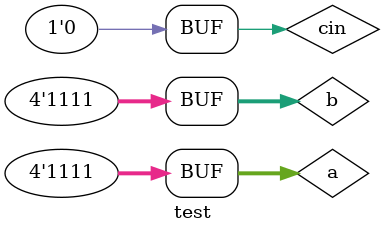
<source format=v>

module test( );
    reg  [3:0]a,b;
    reg cin;
    wire cout;
    wire  [3:0]sum;
    ripple4 r1(a,b,cin,sum,cout);
    initial begin
    $monitor($time,"cout=%b,sum=%b,a=%b,b=%b,cin=%b",cout,sum,a,b,cin); 
    a=4'b1101;
    b=4'b0011;
    cin=0;
    #50;
    a=4'b1100;
    b=4'b0111;
    cin=0;
    #50;
    a=4'b1111;
    b=4'b1111;
    cin=0;
    #50;
    
    end
endmodule

</source>
